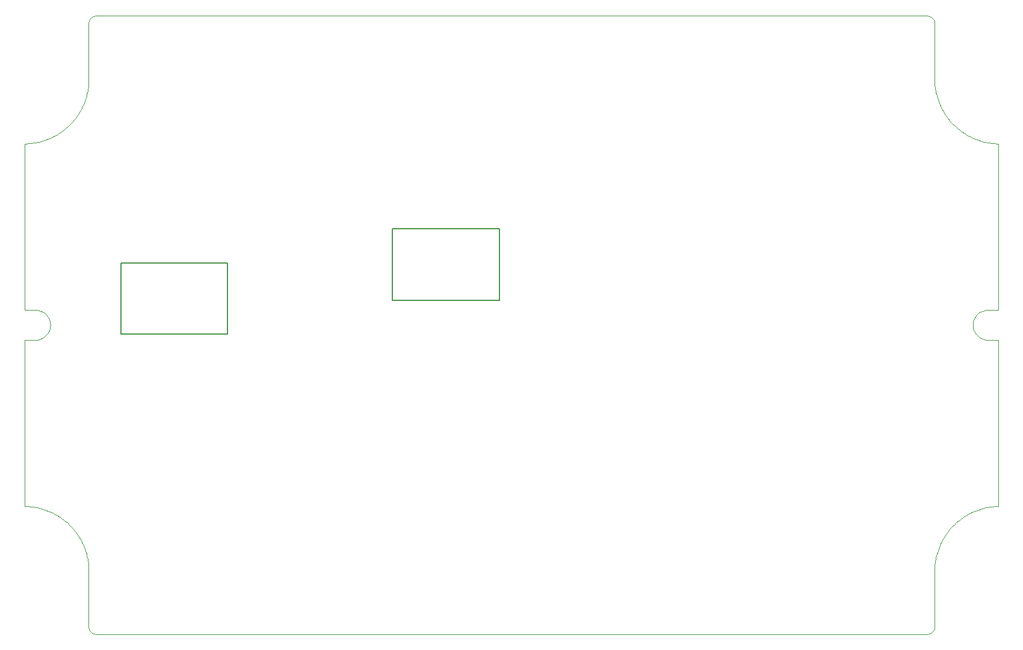
<source format=gko>
G04*
G04 #@! TF.GenerationSoftware,Altium Limited,Altium Designer,24.5.2 (23)*
G04*
G04 Layer_Color=16711935*
%FSLAX25Y25*%
%MOIN*%
G70*
G04*
G04 #@! TF.SameCoordinates,9B7F9CCD-A6DE-4D0A-8549-E18A49B85F1C*
G04*
G04*
G04 #@! TF.FilePolarity,Positive*
G04*
G01*
G75*
%ADD11C,0.00787*%
%ADD12C,0.00394*%
D11*
X53150Y166339D02*
Y179626D01*
Y166339D02*
X112205D01*
Y205709D01*
X53150Y179626D02*
Y205709D01*
X112205D01*
X203740Y224410D02*
X262795D01*
X203740Y198327D02*
Y224410D01*
X262795Y185039D02*
Y224410D01*
X203740Y185039D02*
X262795D01*
X203740D02*
Y198327D01*
D12*
X-12Y271654D02*
X995Y271681D01*
X2001Y271737D01*
X3005Y271821D01*
X4007Y271934D01*
X5005Y272074D01*
X5998Y272242D01*
X6986Y272439D01*
X7969Y272662D01*
X8945Y272914D01*
X9913Y273192D01*
X10873Y273498D01*
X11824Y273830D01*
X12766Y274189D01*
X13697Y274574D01*
X14617Y274985D01*
X15525Y275422D01*
X16420Y275884D01*
X17302Y276371D01*
X18170Y276882D01*
X19024Y277418D01*
X19862Y277977D01*
X20684Y278560D01*
X21489Y279165D01*
X22277Y279793D01*
X23048Y280443D01*
X23799Y281114D01*
X24532Y281806D01*
X25245Y282518D01*
X25937Y283250D01*
X26609Y284001D01*
X27259Y284770D01*
X27888Y285558D01*
X28494Y286363D01*
X29078Y287184D01*
X29638Y288021D01*
X30174Y288874D01*
X30687Y289742D01*
X31175Y290624D01*
X31637Y291519D01*
X32075Y292426D01*
X32487Y293346D01*
X32873Y294276D01*
X33233Y295218D01*
X33566Y296168D01*
X33873Y297128D01*
X34152Y298096D01*
X34404Y299072D01*
X34629Y300054D01*
X34826Y301042D01*
X34995Y302036D01*
X35137Y303033D01*
X35250Y304034D01*
X35335Y305038D01*
X35392Y306045D01*
X35421Y307052D01*
X35421Y308059D01*
X39370Y342520D02*
X38351Y342386D01*
X37402Y341992D01*
X36586Y341367D01*
X35961Y340551D01*
X35567Y339602D01*
X35433Y338583D01*
X5906Y162992D02*
X6902Y163052D01*
X7884Y163232D01*
X8837Y163529D01*
X9748Y163939D01*
X10602Y164456D01*
X11388Y165071D01*
X12094Y165777D01*
X12710Y166563D01*
X13226Y167418D01*
X13636Y168328D01*
X13933Y169281D01*
X14113Y170263D01*
X14173Y171260D01*
X14113Y172256D01*
X13933Y173238D01*
X13636Y174192D01*
X13226Y175102D01*
X12710Y175956D01*
X12094Y176742D01*
X11388Y177448D01*
X10602Y178064D01*
X9748Y178580D01*
X8837Y178990D01*
X7884Y179287D01*
X6902Y179467D01*
X5906Y179528D01*
X533465D02*
X532468Y179467D01*
X531486Y179287D01*
X530533Y178990D01*
X529622Y178580D01*
X528768Y178064D01*
X527982Y177448D01*
X527276Y176742D01*
X526660Y175956D01*
X526144Y175102D01*
X525734Y174192D01*
X525437Y173238D01*
X525257Y172256D01*
X525197Y171260D01*
X525257Y170263D01*
X525437Y169281D01*
X525734Y168328D01*
X526144Y167418D01*
X526660Y166563D01*
X527276Y165777D01*
X527982Y165071D01*
X528768Y164456D01*
X529622Y163939D01*
X530533Y163529D01*
X531486Y163232D01*
X532468Y163052D01*
X533465Y162992D01*
X35421Y34461D02*
X35421Y35468D01*
X35392Y36475D01*
X35335Y37481D01*
X35250Y38485D01*
X35137Y39487D01*
X34995Y40484D01*
X34826Y41478D01*
X34629Y42466D01*
X34404Y43448D01*
X34152Y44423D01*
X33873Y45391D01*
X33566Y46351D01*
X33233Y47302D01*
X32873Y48243D01*
X32487Y49174D01*
X32075Y50094D01*
X31637Y51001D01*
X31174Y51896D01*
X30687Y52778D01*
X30174Y53645D01*
X29638Y54498D01*
X29078Y55336D01*
X28494Y56157D01*
X27888Y56962D01*
X27259Y57749D01*
X26609Y58519D01*
X25937Y59270D01*
X25245Y60002D01*
X24532Y60714D01*
X23799Y61406D01*
X23047Y62077D01*
X22277Y62727D01*
X21489Y63354D01*
X20684Y63960D01*
X19862Y64543D01*
X19024Y65102D01*
X18170Y65638D01*
X17302Y66149D01*
X16420Y66636D01*
X15525Y67098D01*
X14617Y67535D01*
X13697Y67946D01*
X12766Y68331D01*
X11824Y68690D01*
X10873Y69022D01*
X9913Y69328D01*
X8945Y69606D01*
X7969Y69857D01*
X6986Y70081D01*
X5998Y70277D01*
X5004Y70446D01*
X4007Y70586D01*
X3005Y70698D01*
X2001Y70782D01*
X995Y70838D01*
X-12Y70866D01*
X539382D02*
X538375Y70838D01*
X537369Y70782D01*
X536365Y70698D01*
X535363Y70586D01*
X534366Y70446D01*
X533372Y70277D01*
X532384Y70081D01*
X531401Y69857D01*
X530426Y69606D01*
X529457Y69328D01*
X528497Y69022D01*
X527546Y68690D01*
X526604Y68331D01*
X525673Y67946D01*
X524753Y67535D01*
X523845Y67098D01*
X522950Y66636D01*
X522068Y66149D01*
X521200Y65638D01*
X520346Y65102D01*
X519508Y64543D01*
X518686Y63960D01*
X517881Y63354D01*
X517093Y62727D01*
X516323Y62077D01*
X515571Y61406D01*
X514838Y60714D01*
X514126Y60002D01*
X513433Y59270D01*
X512761Y58519D01*
X512111Y57749D01*
X511482Y56962D01*
X510876Y56157D01*
X510292Y55336D01*
X509732Y54498D01*
X509196Y53645D01*
X508683Y52778D01*
X508195Y51896D01*
X507733Y51001D01*
X507295Y50094D01*
X506883Y49174D01*
X506497Y48243D01*
X506137Y47302D01*
X505804Y46351D01*
X505498Y45391D01*
X505218Y44423D01*
X504966Y43448D01*
X504741Y42466D01*
X504544Y41478D01*
X504375Y40484D01*
X504234Y39487D01*
X504120Y38485D01*
X504035Y37481D01*
X503978Y36475D01*
X503949Y35468D01*
X503949Y34461D01*
X35433Y3937D02*
X35567Y2918D01*
X35961Y1969D01*
X36586Y1153D01*
X37402Y527D01*
X38351Y134D01*
X39370Y0D01*
X503937Y338583D02*
X503803Y339602D01*
X503410Y340551D01*
X502784Y341367D01*
X501968Y341992D01*
X501019Y342386D01*
X500000Y342520D01*
Y0D02*
X501019Y134D01*
X501968Y527D01*
X502784Y1153D01*
X503410Y1969D01*
X503803Y2918D01*
X503937Y3937D01*
X503951Y308057D02*
X503951Y307050D01*
X503980Y306043D01*
X504037Y305037D01*
X504122Y304033D01*
X504235Y303032D01*
X504377Y302034D01*
X504546Y301041D01*
X504743Y300053D01*
X504967Y299071D01*
X505220Y298095D01*
X505499Y297128D01*
X505805Y296168D01*
X506139Y295217D01*
X506498Y294276D01*
X506884Y293345D01*
X507296Y292426D01*
X507734Y291518D01*
X508197Y290623D01*
X508685Y289742D01*
X509197Y288874D01*
X509733Y288021D01*
X510293Y287184D01*
X510877Y286363D01*
X511483Y285558D01*
X512112Y284771D01*
X512762Y284001D01*
X513434Y283250D01*
X514126Y282519D01*
X514839Y281806D01*
X515571Y281115D01*
X516323Y280444D01*
X517093Y279794D01*
X517881Y279166D01*
X518686Y278561D01*
X519508Y277978D01*
X520346Y277419D01*
X521200Y276883D01*
X522068Y276372D01*
X522950Y275885D01*
X523845Y275423D01*
X524753Y274986D01*
X525673Y274575D01*
X526604Y274190D01*
X527545Y273831D01*
X528497Y273499D01*
X529457Y273194D01*
X530425Y272915D01*
X531400Y272664D01*
X532383Y272440D01*
X533371Y272244D01*
X534365Y272076D01*
X535362Y271936D01*
X536363Y271823D01*
X537367Y271739D01*
X538373Y271683D01*
X539380Y271655D01*
X-12Y179539D02*
Y271654D01*
X0Y179528D02*
X5906D01*
X35421Y308059D02*
Y338571D01*
X503949Y3949D02*
Y34461D01*
X0Y70878D02*
Y162992D01*
X533465Y162992D02*
X539370D01*
X39370Y0D02*
X500000D01*
X35421Y3949D02*
Y34461D01*
X539380Y271655D02*
X539382Y271654D01*
X533465Y179527D02*
X539370D01*
X503949Y338571D02*
X503951Y308057D01*
X539370Y179527D02*
Y271645D01*
X0Y162992D02*
X5906D01*
X39370Y342520D02*
X500000D01*
X539370Y70878D02*
Y162992D01*
M02*

</source>
